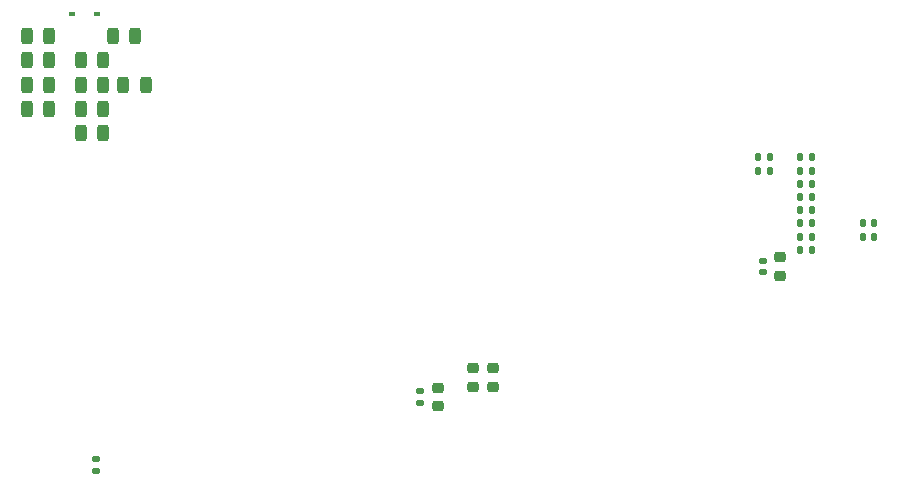
<source format=gbp>
G04 #@! TF.GenerationSoftware,KiCad,Pcbnew,8.0.5*
G04 #@! TF.CreationDate,2025-02-16T07:26:16+05:30*
G04 #@! TF.ProjectId,Hades,48616465-732e-46b6-9963-61645f706362,rev?*
G04 #@! TF.SameCoordinates,Original*
G04 #@! TF.FileFunction,Paste,Bot*
G04 #@! TF.FilePolarity,Positive*
%FSLAX46Y46*%
G04 Gerber Fmt 4.6, Leading zero omitted, Abs format (unit mm)*
G04 Created by KiCad (PCBNEW 8.0.5) date 2025-02-16 07:26:16*
%MOMM*%
%LPD*%
G01*
G04 APERTURE LIST*
G04 Aperture macros list*
%AMRoundRect*
0 Rectangle with rounded corners*
0 $1 Rounding radius*
0 $2 $3 $4 $5 $6 $7 $8 $9 X,Y pos of 4 corners*
0 Add a 4 corners polygon primitive as box body*
4,1,4,$2,$3,$4,$5,$6,$7,$8,$9,$2,$3,0*
0 Add four circle primitives for the rounded corners*
1,1,$1+$1,$2,$3*
1,1,$1+$1,$4,$5*
1,1,$1+$1,$6,$7*
1,1,$1+$1,$8,$9*
0 Add four rect primitives between the rounded corners*
20,1,$1+$1,$2,$3,$4,$5,0*
20,1,$1+$1,$4,$5,$6,$7,0*
20,1,$1+$1,$6,$7,$8,$9,0*
20,1,$1+$1,$8,$9,$2,$3,0*%
G04 Aperture macros list end*
%ADD10RoundRect,0.147500X-0.147500X-0.172500X0.147500X-0.172500X0.147500X0.172500X-0.147500X0.172500X0*%
%ADD11RoundRect,0.243750X-0.243750X-0.456250X0.243750X-0.456250X0.243750X0.456250X-0.243750X0.456250X0*%
%ADD12RoundRect,0.243750X0.243750X0.456250X-0.243750X0.456250X-0.243750X-0.456250X0.243750X-0.456250X0*%
%ADD13RoundRect,0.218750X0.256250X-0.218750X0.256250X0.218750X-0.256250X0.218750X-0.256250X-0.218750X0*%
%ADD14RoundRect,0.147500X0.172500X-0.147500X0.172500X0.147500X-0.172500X0.147500X-0.172500X-0.147500X0*%
%ADD15R,0.600000X0.450000*%
G04 APERTURE END LIST*
D10*
X99487000Y-54203600D03*
X100457000Y-54203600D03*
X99487000Y-56438800D03*
X100457000Y-56438800D03*
X99489400Y-55321200D03*
X100459400Y-55321200D03*
X99487000Y-57556400D03*
X100457000Y-57556400D03*
D11*
X38531800Y-47625000D03*
X40406800Y-47625000D03*
X38534100Y-45593000D03*
X40409100Y-45593000D03*
D12*
X43154600Y-39471600D03*
X41279600Y-39471600D03*
X44041300Y-43561000D03*
X42166300Y-43561000D03*
D11*
X34015200Y-43561000D03*
X35890200Y-43561000D03*
D13*
X97713800Y-59740900D03*
X97713800Y-58165900D03*
D14*
X96291400Y-59438400D03*
X96291400Y-58468400D03*
D13*
X68757800Y-70789900D03*
X68757800Y-69214900D03*
D14*
X67310000Y-70487400D03*
X67310000Y-69517400D03*
X39801800Y-76276200D03*
X39801800Y-75306200D03*
D15*
X39946000Y-37566600D03*
X37846000Y-37566600D03*
D11*
X34015200Y-45618400D03*
X35890200Y-45618400D03*
D12*
X40411400Y-41503600D03*
X38536400Y-41503600D03*
D11*
X34015200Y-41503600D03*
X35890200Y-41503600D03*
X34015200Y-39446200D03*
X35890200Y-39446200D03*
D10*
X95931000Y-50901600D03*
X96901000Y-50901600D03*
X95931000Y-49733200D03*
X96901000Y-49733200D03*
X104744800Y-55321200D03*
X105714800Y-55321200D03*
X104747200Y-56489600D03*
X105717200Y-56489600D03*
X99487000Y-53086000D03*
X100457000Y-53086000D03*
X99487000Y-51968400D03*
X100457000Y-51968400D03*
X99489400Y-50850800D03*
X100459400Y-50850800D03*
X99487000Y-49733200D03*
X100457000Y-49733200D03*
D13*
X71729600Y-69164300D03*
X71729600Y-67589300D03*
X73431400Y-69164300D03*
X73431400Y-67589300D03*
D11*
X38531800Y-43561000D03*
X40406800Y-43561000D03*
M02*

</source>
